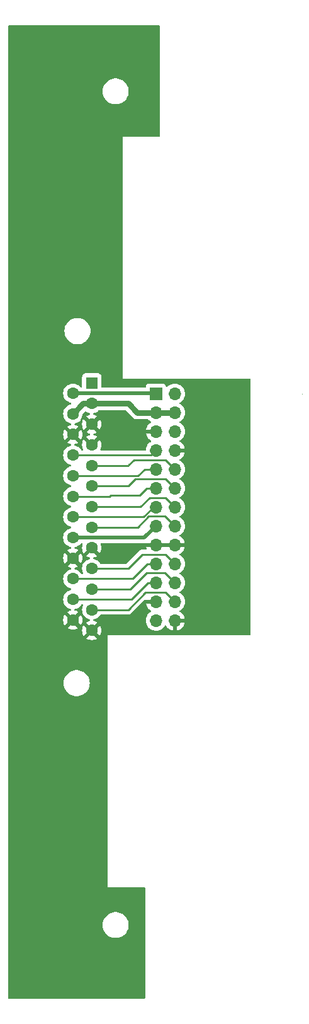
<source format=gbr>
%TF.GenerationSoftware,KiCad,Pcbnew,7.0.2-0*%
%TF.CreationDate,2023-10-04T13:32:30+02:00*%
%TF.ProjectId,FlukePodAdapterLarge68K,466c756b-6550-46f6-9441-646170746572,rev?*%
%TF.SameCoordinates,Original*%
%TF.FileFunction,Copper,L1,Top*%
%TF.FilePolarity,Positive*%
%FSLAX46Y46*%
G04 Gerber Fmt 4.6, Leading zero omitted, Abs format (unit mm)*
G04 Created by KiCad (PCBNEW 7.0.2-0) date 2023-10-04 13:32:30*
%MOMM*%
%LPD*%
G01*
G04 APERTURE LIST*
%TA.AperFunction,ComponentPad*%
%ADD10O,1.700000X1.700000*%
%TD*%
%TA.AperFunction,ComponentPad*%
%ADD11R,1.700000X1.700000*%
%TD*%
%TA.AperFunction,ComponentPad*%
%ADD12R,1.600000X1.600000*%
%TD*%
%TA.AperFunction,ComponentPad*%
%ADD13C,1.600000*%
%TD*%
%TA.AperFunction,Conductor*%
%ADD14C,0.000000*%
%TD*%
%TA.AperFunction,Conductor*%
%ADD15C,0.800000*%
%TD*%
%TA.AperFunction,Conductor*%
%ADD16C,0.250000*%
%TD*%
%TA.AperFunction,Conductor*%
%ADD17C,0.500000*%
%TD*%
G04 APERTURE END LIST*
D10*
%TO.P,A23-J1,1*%
%TO.N,N/C*%
X77500000Y-80720000D03*
%TO.P,A23-J1,2,+5V*%
%TO.N,+5V*%
X77500000Y-83260000D03*
%TO.P,A23-J1,3*%
%TO.N,N/C*%
X77500000Y-85800000D03*
%TO.P,A23-J1,4,+5RET*%
%TO.N,GND*%
X77500000Y-88340000D03*
%TO.P,A23-J1,5,POD6*%
%TO.N,POD6*%
X77500000Y-90880000D03*
%TO.P,A23-J1,6,POD4*%
%TO.N,POD4*%
X77500000Y-93420000D03*
%TO.P,A23-J1,7,POD2*%
%TO.N,POD2*%
X77500000Y-95960000D03*
%TO.P,A23-J1,8,POD0*%
%TO.N,POD0*%
X77500000Y-98500000D03*
%TO.P,A23-J1,9,~{PODprsnt}*%
%TO.N,GND*%
X77500000Y-101040000D03*
%TO.P,A23-J1,10,~{SYNC}*%
%TO.N,~{PODSYNC}*%
X77500000Y-103580000D03*
%TO.P,A23-J1,11,PWRFAIL*%
%TO.N,PODPWRFAIL*%
X77500000Y-106120000D03*
%TO.P,A23-J1,12,~{MAINSTAT}*%
%TO.N,~{MAINSTAT}*%
X77500000Y-108660000D03*
%TO.P,A23-J1,13,+12RET*%
%TO.N,GND*%
X77500000Y-111200000D03*
D11*
%TO.P,A23-J1,14,+12V*%
%TO.N,+12V*%
X74960000Y-80720000D03*
D10*
%TO.P,A23-J1,15,+5V*%
%TO.N,+5V*%
X74960000Y-83260000D03*
%TO.P,A23-J1,16,+5RET*%
%TO.N,GND*%
X74960000Y-85800000D03*
%TO.P,A23-J1,17,POD7*%
%TO.N,POD7*%
X74960000Y-88340000D03*
%TO.P,A23-J1,18,POD5*%
%TO.N,POD5*%
X74960000Y-90880000D03*
%TO.P,A23-J1,19,POD3*%
%TO.N,POD3*%
X74960000Y-93420000D03*
%TO.P,A23-J1,20,POD1*%
%TO.N,POD1*%
X74960000Y-95960000D03*
%TO.P,A23-J1,21,-5V*%
%TO.N,-5V*%
X74960000Y-98500000D03*
%TO.P,A23-J1,22,SncShld*%
%TO.N,GND*%
X74960000Y-101040000D03*
%TO.P,A23-J1,23,~{9010RST}*%
%TO.N,~{PODRESET}*%
X74960000Y-103580000D03*
%TO.P,A23-J1,24,~{PODSTAT}*%
%TO.N,~{PODSTAT}*%
X74960000Y-106120000D03*
%TO.P,A23-J1,25,-5RET*%
%TO.N,GND*%
X74960000Y-108660000D03*
%TO.P,A23-J1,26*%
%TO.N,N/C*%
X74960000Y-111200000D03*
%TD*%
D12*
%TO.P,J1,1,1*%
%TO.N,unconnected-(J1-Pad1)*%
X66330331Y-79275000D03*
D13*
%TO.P,J1,2,2*%
%TO.N,+5V*%
X66330331Y-82045000D03*
%TO.P,J1,3,3*%
%TO.N,GND*%
X66330331Y-84815000D03*
%TO.P,J1,4,4*%
X66330331Y-87585000D03*
%TO.P,J1,5,5*%
%TO.N,POD6*%
X66330331Y-90355000D03*
%TO.P,J1,6,6*%
%TO.N,POD4*%
X66330331Y-93125000D03*
%TO.P,J1,7,7*%
%TO.N,POD2*%
X66330331Y-95895000D03*
%TO.P,J1,8,8*%
%TO.N,POD0*%
X66330331Y-98665000D03*
%TO.P,J1,9,9*%
%TO.N,GND*%
X66330331Y-101435000D03*
%TO.P,J1,10,10*%
%TO.N,~{PODSYNC}*%
X66330331Y-104205000D03*
%TO.P,J1,11,11*%
%TO.N,PODPWRFAIL*%
X66330331Y-106975000D03*
%TO.P,J1,12,12*%
%TO.N,~{MAINSTAT}*%
X66330331Y-109745000D03*
%TO.P,J1,13,13*%
%TO.N,GND*%
X66330331Y-112515000D03*
%TO.P,J1,14,P14*%
%TO.N,+12V*%
X63790331Y-80660000D03*
%TO.P,J1,15,P15*%
%TO.N,+5V*%
X63790331Y-83430000D03*
%TO.P,J1,16,P16*%
%TO.N,GND*%
X63790331Y-86200000D03*
%TO.P,J1,17,P17*%
%TO.N,POD7*%
X63790331Y-88970000D03*
%TO.P,J1,18,P18*%
%TO.N,POD5*%
X63790331Y-91740000D03*
%TO.P,J1,19,P19*%
%TO.N,POD3*%
X63790331Y-94510000D03*
%TO.P,J1,20,P20*%
%TO.N,POD1*%
X63790331Y-97280000D03*
%TO.P,J1,21,P21*%
%TO.N,-5V*%
X63790331Y-100050000D03*
%TO.P,J1,22,P22*%
%TO.N,GND*%
X63790331Y-102820000D03*
%TO.P,J1,23,P23*%
%TO.N,~{PODRESET}*%
X63790331Y-105590000D03*
%TO.P,J1,24,P24*%
%TO.N,~{PODSTAT}*%
X63790331Y-108360000D03*
%TO.P,J1,25,P25*%
%TO.N,GND*%
X63790331Y-111130000D03*
%TD*%
D14*
%TO.N,*%
X94604700Y-80775000D02*
X94618888Y-80775000D01*
D15*
%TO.N,+5V*%
X66330331Y-82045000D02*
X65175331Y-82045000D01*
X66330331Y-82045000D02*
X71230331Y-82045000D01*
X65175331Y-82045000D02*
X63790331Y-83430000D01*
X74960000Y-83260000D02*
X77500000Y-83260000D01*
X72445331Y-83260000D02*
X74960000Y-83260000D01*
X71230331Y-82045000D02*
X72445331Y-83260000D01*
D16*
%TO.N,POD6*%
X71292666Y-90292666D02*
X71985331Y-89600000D01*
X71230332Y-90355000D02*
X66330331Y-90355000D01*
X71292666Y-90292666D02*
X71230332Y-90355000D01*
X71230331Y-90355000D02*
X71292666Y-90292666D01*
X71985331Y-89600000D02*
X76220000Y-89600000D01*
X76220000Y-89600000D02*
X77500000Y-90880000D01*
%TO.N,POD4*%
X71230331Y-93125000D02*
X72155331Y-92200000D01*
X76280000Y-92200000D02*
X77500000Y-93420000D01*
X72155331Y-92200000D02*
X76280000Y-92200000D01*
X71230331Y-93125000D02*
X66330331Y-93125000D01*
%TO.N,POD2*%
X77500000Y-95960000D02*
X76240000Y-94700000D01*
X76240000Y-94700000D02*
X74100000Y-94700000D01*
X74100000Y-94700000D02*
X72905000Y-95895000D01*
X72905000Y-95895000D02*
X66330331Y-95895000D01*
%TO.N,POD0*%
X76200000Y-97200000D02*
X74000000Y-97200000D01*
X72535000Y-98665000D02*
X66330331Y-98665000D01*
X74000000Y-97200000D02*
X72535000Y-98665000D01*
X77500000Y-98500000D02*
X76200000Y-97200000D01*
%TO.N,~{PODSYNC}*%
X76220000Y-102300000D02*
X77500000Y-103580000D01*
X73135331Y-102300000D02*
X76220000Y-102300000D01*
X71230331Y-104205000D02*
X66330331Y-104205000D01*
X71230331Y-104205000D02*
X73135331Y-102300000D01*
%TO.N,PODPWRFAIL*%
X73700000Y-104800000D02*
X71525000Y-106975000D01*
X77500000Y-106120000D02*
X76180000Y-104800000D01*
X71525000Y-106975000D02*
X66330331Y-106975000D01*
X76180000Y-104800000D02*
X73700000Y-104800000D01*
%TO.N,~{MAINSTAT}*%
X73575331Y-107400000D02*
X76240000Y-107400000D01*
X76240000Y-107400000D02*
X77500000Y-108660000D01*
X71230331Y-109745000D02*
X66330331Y-109745000D01*
X71230331Y-109745000D02*
X73575331Y-107400000D01*
D17*
%TO.N,+12V*%
X74960000Y-80720000D02*
X74900000Y-80660000D01*
X74900000Y-80660000D02*
X63790331Y-80660000D01*
D16*
%TO.N,POD7*%
X74960000Y-88340000D02*
X74330000Y-88970000D01*
X74330000Y-88970000D02*
X63790331Y-88970000D01*
%TO.N,POD5*%
X74960000Y-90880000D02*
X73420000Y-90880000D01*
X72560000Y-91740000D02*
X63790331Y-91740000D01*
X73420000Y-90880000D02*
X72560000Y-91740000D01*
%TO.N,POD3*%
X72764501Y-94335499D02*
X73680000Y-93420000D01*
X73680000Y-93420000D02*
X74960000Y-93420000D01*
X68864832Y-94335499D02*
X72764501Y-94335499D01*
X68690331Y-94510000D02*
X68864832Y-94335499D01*
X68690331Y-94510000D02*
X63790331Y-94510000D01*
%TO.N,POD1*%
X74960000Y-95960000D02*
X74604310Y-95960000D01*
X73284310Y-97280000D02*
X63790331Y-97280000D01*
X74604310Y-95960000D02*
X73284310Y-97280000D01*
D17*
%TO.N,-5V*%
X74960000Y-98500000D02*
X73410000Y-100050000D01*
X73410000Y-100050000D02*
X63790331Y-100050000D01*
D16*
%TO.N,~{PODRESET}*%
X71810000Y-105590000D02*
X63790331Y-105590000D01*
X73820000Y-103580000D02*
X71810000Y-105590000D01*
X74960000Y-103580000D02*
X73820000Y-103580000D01*
%TO.N,~{PODSTAT}*%
X74960000Y-106120000D02*
X73880000Y-106120000D01*
X73880000Y-106120000D02*
X71640000Y-108360000D01*
X71640000Y-108360000D02*
X63790331Y-108360000D01*
%TD*%
%TA.AperFunction,Conductor*%
%TO.N,GND*%
G36*
X65064210Y-100820185D02*
G01*
X65109965Y-100872989D01*
X65119909Y-100942147D01*
X65109552Y-100976906D01*
X65104065Y-100988672D01*
X65045189Y-101208397D01*
X65025364Y-101435000D01*
X65045189Y-101661602D01*
X65104064Y-101881326D01*
X65200197Y-102087484D01*
X65251303Y-102160471D01*
X65251304Y-102160472D01*
X65847253Y-101564522D01*
X65870838Y-101644844D01*
X65948570Y-101765798D01*
X66057231Y-101859952D01*
X66188016Y-101919680D01*
X66197797Y-101921086D01*
X65604857Y-102514025D01*
X65604857Y-102514026D01*
X65677846Y-102565133D01*
X65884004Y-102661266D01*
X66028432Y-102699966D01*
X66088092Y-102736331D01*
X66118621Y-102799178D01*
X66110326Y-102868554D01*
X66065841Y-102922432D01*
X66028432Y-102939516D01*
X65883833Y-102978261D01*
X65677595Y-103074432D01*
X65491190Y-103204953D01*
X65330284Y-103365859D01*
X65199763Y-103552264D01*
X65103592Y-103758502D01*
X65044695Y-103978310D01*
X65024862Y-104204999D01*
X65044695Y-104431689D01*
X65103592Y-104651497D01*
X65117865Y-104682105D01*
X65158130Y-104768453D01*
X65167290Y-104788095D01*
X65177782Y-104857172D01*
X65149263Y-104920956D01*
X65090786Y-104959196D01*
X65054908Y-104964500D01*
X65004519Y-104964500D01*
X64937480Y-104944815D01*
X64902944Y-104911623D01*
X64790377Y-104750859D01*
X64629471Y-104589953D01*
X64443066Y-104459432D01*
X64236828Y-104363261D01*
X64092229Y-104324516D01*
X64032569Y-104288151D01*
X64002040Y-104225304D01*
X64010335Y-104155928D01*
X64054820Y-104102050D01*
X64092229Y-104084966D01*
X64236658Y-104046266D01*
X64442811Y-103950134D01*
X64515803Y-103899025D01*
X63922865Y-103306086D01*
X63932646Y-103304680D01*
X64063431Y-103244952D01*
X64172092Y-103150798D01*
X64249824Y-103029844D01*
X64273407Y-102949524D01*
X64869356Y-103545472D01*
X64920465Y-103472480D01*
X65016597Y-103266326D01*
X65075472Y-103046602D01*
X65095297Y-102820000D01*
X65075472Y-102593397D01*
X65016597Y-102373673D01*
X64920464Y-102167515D01*
X64869356Y-102094526D01*
X64273407Y-102690474D01*
X64249824Y-102610156D01*
X64172092Y-102489202D01*
X64063431Y-102395048D01*
X63932646Y-102335320D01*
X63922864Y-102333913D01*
X64515803Y-101740974D01*
X64515802Y-101740972D01*
X64442815Y-101689866D01*
X64236657Y-101593733D01*
X64092229Y-101555033D01*
X64032568Y-101518667D01*
X64002040Y-101455820D01*
X64010335Y-101386445D01*
X64054821Y-101332567D01*
X64092227Y-101315484D01*
X64236827Y-101276739D01*
X64443065Y-101180568D01*
X64629470Y-101050047D01*
X64790378Y-100889139D01*
X64815417Y-100853377D01*
X64869995Y-100809752D01*
X64916994Y-100800500D01*
X64997171Y-100800500D01*
X65064210Y-100820185D01*
G37*
%TD.AperFunction*%
%TA.AperFunction,Conductor*%
G36*
X74500507Y-100830156D02*
G01*
X74460000Y-100968111D01*
X74460000Y-101111889D01*
X74500507Y-101249844D01*
X74526314Y-101290000D01*
X73629364Y-101290000D01*
X73689377Y-101513970D01*
X73686576Y-101514720D01*
X73694546Y-101567162D01*
X73666032Y-101630949D01*
X73607559Y-101669193D01*
X73571671Y-101674500D01*
X73218075Y-101674500D01*
X73197568Y-101672235D01*
X73127458Y-101674439D01*
X73123563Y-101674500D01*
X73095981Y-101674500D01*
X73092136Y-101674985D01*
X73092111Y-101674987D01*
X73091984Y-101675004D01*
X73080364Y-101675918D01*
X73036700Y-101677290D01*
X73017460Y-101682880D01*
X72998412Y-101686825D01*
X72978540Y-101689335D01*
X72937930Y-101705413D01*
X72926885Y-101709194D01*
X72884941Y-101721381D01*
X72867696Y-101731579D01*
X72850235Y-101740133D01*
X72831598Y-101747512D01*
X72796262Y-101773185D01*
X72786505Y-101779595D01*
X72748911Y-101801829D01*
X72734744Y-101815996D01*
X72719955Y-101828626D01*
X72703744Y-101840404D01*
X72675903Y-101874058D01*
X72668042Y-101882697D01*
X71007559Y-103543181D01*
X70946236Y-103576666D01*
X70919878Y-103579500D01*
X67544519Y-103579500D01*
X67477480Y-103559815D01*
X67442944Y-103526623D01*
X67330377Y-103365859D01*
X67169471Y-103204953D01*
X66983066Y-103074432D01*
X66776828Y-102978261D01*
X66632229Y-102939516D01*
X66572569Y-102903151D01*
X66542040Y-102840304D01*
X66550335Y-102770928D01*
X66594820Y-102717050D01*
X66632229Y-102699966D01*
X66776658Y-102661266D01*
X66982811Y-102565134D01*
X67055803Y-102514025D01*
X66462865Y-101921086D01*
X66472646Y-101919680D01*
X66603431Y-101859952D01*
X66712092Y-101765798D01*
X66789824Y-101644844D01*
X66813407Y-101564523D01*
X67409356Y-102160472D01*
X67460465Y-102087480D01*
X67556597Y-101881326D01*
X67615472Y-101661602D01*
X67635297Y-101435000D01*
X67615472Y-101208397D01*
X67556596Y-100988672D01*
X67551110Y-100976906D01*
X67540617Y-100907829D01*
X67569136Y-100844045D01*
X67627612Y-100805804D01*
X67663491Y-100800500D01*
X73346294Y-100800500D01*
X73364264Y-100801809D01*
X73368320Y-100802402D01*
X73388023Y-100805289D01*
X73437368Y-100800972D01*
X73448176Y-100800500D01*
X73450100Y-100800500D01*
X73453709Y-100800500D01*
X73484550Y-100796894D01*
X73488024Y-100796539D01*
X73557408Y-100790470D01*
X73568215Y-100792642D01*
X73568215Y-100790000D01*
X74526314Y-100790000D01*
X74500507Y-100830156D01*
G37*
%TD.AperFunction*%
%TA.AperFunction,Conductor*%
G36*
X77040507Y-100830156D02*
G01*
X77000000Y-100968111D01*
X77000000Y-101111889D01*
X77040507Y-101249844D01*
X77066314Y-101290000D01*
X75393686Y-101290000D01*
X75419493Y-101249844D01*
X75460000Y-101111889D01*
X75460000Y-100968111D01*
X75419493Y-100830156D01*
X75393686Y-100790000D01*
X77066314Y-100790000D01*
X77040507Y-100830156D01*
G37*
%TD.AperFunction*%
%TA.AperFunction,Conductor*%
G36*
X65523688Y-83072653D02*
G01*
X65551478Y-83087260D01*
X65677595Y-83175567D01*
X65677596Y-83175567D01*
X65677597Y-83175568D01*
X65883835Y-83271739D01*
X66028431Y-83310483D01*
X66088092Y-83346848D01*
X66118621Y-83409695D01*
X66110326Y-83479070D01*
X66065841Y-83532948D01*
X66028433Y-83550033D01*
X65884002Y-83588734D01*
X65677847Y-83684865D01*
X65604858Y-83735973D01*
X65604857Y-83735973D01*
X66197798Y-84328913D01*
X66188016Y-84330320D01*
X66057231Y-84390048D01*
X65948570Y-84484202D01*
X65870838Y-84605156D01*
X65847254Y-84685476D01*
X65251304Y-84089526D01*
X65251304Y-84089527D01*
X65200196Y-84162516D01*
X65104064Y-84368672D01*
X65045189Y-84588397D01*
X65025364Y-84814999D01*
X65045189Y-85041602D01*
X65104064Y-85261326D01*
X65200197Y-85467484D01*
X65251303Y-85540471D01*
X65251305Y-85540472D01*
X65847253Y-84944523D01*
X65870838Y-85024844D01*
X65948570Y-85145798D01*
X66057231Y-85239952D01*
X66188016Y-85299680D01*
X66197797Y-85301086D01*
X65604857Y-85894025D01*
X65604857Y-85894026D01*
X65677846Y-85945133D01*
X65884004Y-86041266D01*
X66029398Y-86080225D01*
X66089058Y-86116590D01*
X66119587Y-86179437D01*
X66111292Y-86248813D01*
X66066807Y-86302691D01*
X66029398Y-86319775D01*
X65884004Y-86358733D01*
X65677847Y-86454865D01*
X65604858Y-86505973D01*
X65604857Y-86505973D01*
X66197798Y-87098913D01*
X66188016Y-87100320D01*
X66057231Y-87160048D01*
X65948570Y-87254202D01*
X65870838Y-87375156D01*
X65847253Y-87455476D01*
X65251304Y-86859527D01*
X65200196Y-86932516D01*
X65104064Y-87138672D01*
X65045189Y-87358397D01*
X65025364Y-87585000D01*
X65045189Y-87811602D01*
X65104064Y-88031326D01*
X65167841Y-88168095D01*
X65178333Y-88237173D01*
X65149813Y-88300957D01*
X65091337Y-88339196D01*
X65055459Y-88344500D01*
X65004519Y-88344500D01*
X64937480Y-88324815D01*
X64902944Y-88291623D01*
X64790377Y-88130859D01*
X64629471Y-87969953D01*
X64443066Y-87839432D01*
X64236828Y-87743261D01*
X64092229Y-87704516D01*
X64032569Y-87668151D01*
X64002040Y-87605304D01*
X64010335Y-87535928D01*
X64054820Y-87482050D01*
X64092229Y-87464966D01*
X64236658Y-87426266D01*
X64442811Y-87330134D01*
X64515803Y-87279025D01*
X63922865Y-86686086D01*
X63932646Y-86684680D01*
X64063431Y-86624952D01*
X64172092Y-86530798D01*
X64249824Y-86409844D01*
X64273407Y-86329524D01*
X64869356Y-86925472D01*
X64920465Y-86852480D01*
X65016597Y-86646326D01*
X65075472Y-86426602D01*
X65095297Y-86200000D01*
X65075472Y-85973397D01*
X65016597Y-85753673D01*
X64920464Y-85547515D01*
X64869356Y-85474526D01*
X64273407Y-86070474D01*
X64249824Y-85990156D01*
X64172092Y-85869202D01*
X64063431Y-85775048D01*
X63932646Y-85715320D01*
X63922864Y-85713913D01*
X64515803Y-85120974D01*
X64515802Y-85120972D01*
X64442815Y-85069866D01*
X64236657Y-84973733D01*
X64092229Y-84935033D01*
X64032568Y-84898667D01*
X64002040Y-84835820D01*
X64010335Y-84766445D01*
X64054821Y-84712567D01*
X64092227Y-84695484D01*
X64236827Y-84656739D01*
X64443065Y-84560568D01*
X64629470Y-84430047D01*
X64790378Y-84269139D01*
X64920899Y-84082734D01*
X65017070Y-83876496D01*
X65075966Y-83656692D01*
X65091506Y-83479070D01*
X65094931Y-83439925D01*
X65120383Y-83374856D01*
X65130771Y-83363058D01*
X65392676Y-83101152D01*
X65453997Y-83067669D01*
X65523688Y-83072653D01*
G37*
%TD.AperFunction*%
%TA.AperFunction,Conductor*%
G36*
X70873009Y-82965185D02*
G01*
X70893651Y-82981819D01*
X71751566Y-83839734D01*
X71764204Y-83854531D01*
X71772442Y-83865871D01*
X71822847Y-83911255D01*
X71827556Y-83915724D01*
X71841951Y-83930119D01*
X71844473Y-83932161D01*
X71857773Y-83942932D01*
X71862686Y-83947127D01*
X71913115Y-83992533D01*
X71913117Y-83992534D01*
X71913118Y-83992535D01*
X71925247Y-83999537D01*
X71941289Y-84010562D01*
X71952181Y-84019383D01*
X71974676Y-84030844D01*
X72012623Y-84050178D01*
X72018280Y-84053249D01*
X72077047Y-84087179D01*
X72090372Y-84091508D01*
X72108358Y-84098958D01*
X72120845Y-84105321D01*
X72186346Y-84122871D01*
X72192575Y-84124716D01*
X72257073Y-84145674D01*
X72271015Y-84147139D01*
X72290149Y-84150685D01*
X72303685Y-84154312D01*
X72371417Y-84157861D01*
X72377874Y-84158370D01*
X72398139Y-84160500D01*
X72418511Y-84160500D01*
X72425000Y-84160669D01*
X72492719Y-84164219D01*
X72506558Y-84162027D01*
X72525957Y-84160500D01*
X73899242Y-84160500D01*
X73966281Y-84180185D01*
X73986923Y-84196819D01*
X74088599Y-84298495D01*
X74274596Y-84428732D01*
X74318219Y-84483307D01*
X74325412Y-84552806D01*
X74293890Y-84615160D01*
X74274595Y-84631880D01*
X74088919Y-84761892D01*
X73921890Y-84928921D01*
X73786400Y-85122421D01*
X73686569Y-85336507D01*
X73629364Y-85549999D01*
X73629364Y-85550000D01*
X74526314Y-85550000D01*
X74500507Y-85590156D01*
X74460000Y-85728111D01*
X74460000Y-85871889D01*
X74500507Y-86009844D01*
X74526314Y-86050000D01*
X73629364Y-86050000D01*
X73686569Y-86263492D01*
X73786399Y-86477576D01*
X73921893Y-86671081D01*
X74088918Y-86838106D01*
X74274595Y-86968119D01*
X74318219Y-87022696D01*
X74325412Y-87092195D01*
X74293890Y-87154549D01*
X74274595Y-87171269D01*
X74188654Y-87231446D01*
X74120703Y-87279026D01*
X74088595Y-87301508D01*
X73921505Y-87468598D01*
X73785965Y-87662170D01*
X73686097Y-87876336D01*
X73624936Y-88104592D01*
X73613850Y-88231308D01*
X73588397Y-88296376D01*
X73531807Y-88337355D01*
X73490322Y-88344500D01*
X67605203Y-88344500D01*
X67538164Y-88324815D01*
X67492409Y-88272011D01*
X67482465Y-88202853D01*
X67492821Y-88168095D01*
X67556597Y-88031326D01*
X67615472Y-87811602D01*
X67635297Y-87584999D01*
X67615472Y-87358397D01*
X67556597Y-87138673D01*
X67460464Y-86932515D01*
X67409356Y-86859526D01*
X66813407Y-87455474D01*
X66789824Y-87375156D01*
X66712092Y-87254202D01*
X66603431Y-87160048D01*
X66472646Y-87100320D01*
X66462864Y-87098913D01*
X67055803Y-86505974D01*
X67055802Y-86505972D01*
X66982815Y-86454866D01*
X66776657Y-86358733D01*
X66631263Y-86319775D01*
X66571603Y-86283410D01*
X66541074Y-86220563D01*
X66549369Y-86151187D01*
X66593854Y-86097309D01*
X66631263Y-86080225D01*
X66776657Y-86041266D01*
X66982811Y-85945134D01*
X67055803Y-85894025D01*
X66462865Y-85301086D01*
X66472646Y-85299680D01*
X66603431Y-85239952D01*
X66712092Y-85145798D01*
X66789824Y-85024844D01*
X66813407Y-84944523D01*
X67409356Y-85540472D01*
X67460465Y-85467480D01*
X67556597Y-85261326D01*
X67615472Y-85041602D01*
X67635297Y-84814999D01*
X67615472Y-84588397D01*
X67556597Y-84368673D01*
X67460464Y-84162515D01*
X67409356Y-84089526D01*
X66813407Y-84685475D01*
X66789824Y-84605156D01*
X66712092Y-84484202D01*
X66603431Y-84390048D01*
X66472646Y-84330320D01*
X66462864Y-84328913D01*
X67055803Y-83735974D01*
X67055802Y-83735972D01*
X66982815Y-83684866D01*
X66776657Y-83588733D01*
X66632229Y-83550033D01*
X66572568Y-83513667D01*
X66542040Y-83450820D01*
X66550335Y-83381445D01*
X66594821Y-83327567D01*
X66632227Y-83310484D01*
X66776827Y-83271739D01*
X66983065Y-83175568D01*
X67169470Y-83045047D01*
X67232699Y-82981817D01*
X67294020Y-82948334D01*
X67320379Y-82945500D01*
X70805970Y-82945500D01*
X70873009Y-82965185D01*
G37*
%TD.AperFunction*%
%TA.AperFunction,Conductor*%
G36*
X75442539Y-31220185D02*
G01*
X75488294Y-31272989D01*
X75499500Y-31324500D01*
X75499500Y-46075500D01*
X75479815Y-46142539D01*
X75427011Y-46188294D01*
X75375500Y-46199500D01*
X70524760Y-46199500D01*
X70524554Y-46199459D01*
X70499999Y-46199459D01*
X70499900Y-46199500D01*
X70499618Y-46199615D01*
X70499615Y-46199618D01*
X70499459Y-46199999D01*
X70499476Y-46224616D01*
X70499471Y-46224616D01*
X70499500Y-46224759D01*
X70499500Y-78675467D01*
X70499416Y-78675889D01*
X70499459Y-78700000D01*
X70499501Y-78700101D01*
X70499616Y-78700382D01*
X70499618Y-78700384D01*
X70499808Y-78700462D01*
X70500000Y-78700541D01*
X70500002Y-78700539D01*
X70524616Y-78700524D01*
X70524616Y-78700528D01*
X70524760Y-78700500D01*
X75499901Y-78700500D01*
X87575500Y-78700500D01*
X87642539Y-78720185D01*
X87688294Y-78772989D01*
X87699500Y-78824500D01*
X87699500Y-113075500D01*
X87679815Y-113142539D01*
X87627011Y-113188294D01*
X87575500Y-113199500D01*
X68524760Y-113199500D01*
X68524554Y-113199459D01*
X68499999Y-113199459D01*
X68499900Y-113199500D01*
X68499618Y-113199615D01*
X68499615Y-113199618D01*
X68499459Y-113199999D01*
X68499476Y-113224616D01*
X68499471Y-113224616D01*
X68499500Y-113224759D01*
X68499500Y-146975467D01*
X68499416Y-146975889D01*
X68499459Y-147000000D01*
X68499501Y-147000101D01*
X68499616Y-147000382D01*
X68499618Y-147000384D01*
X68499808Y-147000462D01*
X68500000Y-147000541D01*
X68500002Y-147000539D01*
X68524616Y-147000524D01*
X68524616Y-147000528D01*
X68524760Y-147000500D01*
X73375500Y-147000500D01*
X73442539Y-147020185D01*
X73488294Y-147072989D01*
X73499500Y-147124500D01*
X73499500Y-161881500D01*
X73479815Y-161948539D01*
X73427011Y-161994294D01*
X73375500Y-162005500D01*
X55224500Y-162005500D01*
X55157461Y-161985815D01*
X55111706Y-161933011D01*
X55100500Y-161881500D01*
X55100500Y-152099999D01*
X67787235Y-152099999D01*
X67806841Y-152361627D01*
X67865224Y-152617418D01*
X67960070Y-152859080D01*
X67961076Y-152861643D01*
X68092258Y-153088857D01*
X68255839Y-153293981D01*
X68255841Y-153293983D01*
X68255842Y-153293984D01*
X68448158Y-153472428D01*
X68448164Y-153472432D01*
X68448165Y-153472433D01*
X68664940Y-153620228D01*
X68901321Y-153734063D01*
X69152029Y-153811396D01*
X69411462Y-153850500D01*
X69673826Y-153850500D01*
X69933259Y-153811396D01*
X70183967Y-153734063D01*
X70420348Y-153620228D01*
X70637123Y-153472433D01*
X70637126Y-153472429D01*
X70637129Y-153472428D01*
X70722436Y-153393273D01*
X70829449Y-153293981D01*
X70993030Y-153088857D01*
X71124212Y-152861643D01*
X71220064Y-152617416D01*
X71278446Y-152361630D01*
X71298052Y-152100000D01*
X71278446Y-151838370D01*
X71220064Y-151582584D01*
X71124212Y-151338357D01*
X70993030Y-151111143D01*
X70829449Y-150906019D01*
X70829445Y-150906015D01*
X70637129Y-150727571D01*
X70619814Y-150715766D01*
X70420348Y-150579772D01*
X70183967Y-150465937D01*
X69933259Y-150388604D01*
X69673826Y-150349500D01*
X69411462Y-150349500D01*
X69152029Y-150388604D01*
X68901321Y-150465937D01*
X68664940Y-150579772D01*
X68657435Y-150584889D01*
X68448158Y-150727571D01*
X68255842Y-150906015D01*
X68092257Y-151111143D01*
X67961075Y-151338358D01*
X67865224Y-151582581D01*
X67806841Y-151838372D01*
X67787235Y-152099999D01*
X55100500Y-152099999D01*
X55100500Y-119600000D01*
X62544591Y-119600000D01*
X62564197Y-119861627D01*
X62622580Y-120117418D01*
X62717426Y-120359080D01*
X62718432Y-120361643D01*
X62849614Y-120588857D01*
X63013195Y-120793981D01*
X63013197Y-120793983D01*
X63013198Y-120793984D01*
X63205514Y-120972428D01*
X63205520Y-120972432D01*
X63205521Y-120972433D01*
X63422296Y-121120228D01*
X63658677Y-121234063D01*
X63909385Y-121311396D01*
X64168818Y-121350500D01*
X64431182Y-121350500D01*
X64690615Y-121311396D01*
X64941323Y-121234063D01*
X65177704Y-121120228D01*
X65394479Y-120972433D01*
X65394482Y-120972429D01*
X65394485Y-120972428D01*
X65479792Y-120893273D01*
X65586805Y-120793981D01*
X65750386Y-120588857D01*
X65881568Y-120361643D01*
X65977420Y-120117416D01*
X66035802Y-119861630D01*
X66055408Y-119600000D01*
X66035802Y-119338370D01*
X65977420Y-119082584D01*
X65881568Y-118838357D01*
X65750386Y-118611143D01*
X65586805Y-118406019D01*
X65586801Y-118406015D01*
X65394485Y-118227571D01*
X65377170Y-118215766D01*
X65177704Y-118079772D01*
X64941323Y-117965937D01*
X64690615Y-117888604D01*
X64431182Y-117849500D01*
X64168818Y-117849500D01*
X63909385Y-117888604D01*
X63658677Y-117965937D01*
X63422296Y-118079772D01*
X63414791Y-118084889D01*
X63205514Y-118227571D01*
X63013198Y-118406015D01*
X62849613Y-118611143D01*
X62718431Y-118838358D01*
X62622580Y-119082581D01*
X62564197Y-119338372D01*
X62544591Y-119600000D01*
X55100500Y-119600000D01*
X55100500Y-108360000D01*
X62484862Y-108360000D01*
X62504695Y-108586689D01*
X62563592Y-108806497D01*
X62659763Y-109012735D01*
X62790284Y-109199140D01*
X62951190Y-109360046D01*
X63137595Y-109490567D01*
X63137596Y-109490567D01*
X63137597Y-109490568D01*
X63343835Y-109586739D01*
X63488431Y-109625483D01*
X63548092Y-109661848D01*
X63578621Y-109724695D01*
X63570326Y-109794070D01*
X63525841Y-109847948D01*
X63488433Y-109865033D01*
X63344002Y-109903734D01*
X63137847Y-109999865D01*
X63064858Y-110050973D01*
X63064857Y-110050973D01*
X63657798Y-110643913D01*
X63648016Y-110645320D01*
X63517231Y-110705048D01*
X63408570Y-110799202D01*
X63330838Y-110920156D01*
X63307253Y-111000476D01*
X62711304Y-110404526D01*
X62711304Y-110404527D01*
X62660196Y-110477516D01*
X62564064Y-110683672D01*
X62505189Y-110903397D01*
X62485364Y-111130000D01*
X62505189Y-111356602D01*
X62564064Y-111576326D01*
X62660197Y-111782484D01*
X62711303Y-111855471D01*
X62711305Y-111855472D01*
X63307253Y-111259522D01*
X63330838Y-111339844D01*
X63408570Y-111460798D01*
X63517231Y-111554952D01*
X63648016Y-111614680D01*
X63657797Y-111616086D01*
X63064857Y-112209025D01*
X63064857Y-112209026D01*
X63137846Y-112260133D01*
X63344004Y-112356266D01*
X63563728Y-112415141D01*
X63790331Y-112434966D01*
X64016933Y-112415141D01*
X64236657Y-112356266D01*
X64442811Y-112260134D01*
X64515803Y-112209025D01*
X63922865Y-111616086D01*
X63932646Y-111614680D01*
X64063431Y-111554952D01*
X64172092Y-111460798D01*
X64249824Y-111339844D01*
X64273407Y-111259524D01*
X64869356Y-111855472D01*
X64920465Y-111782480D01*
X65016597Y-111576326D01*
X65075472Y-111356602D01*
X65095297Y-111130000D01*
X65075472Y-110903397D01*
X65016597Y-110683673D01*
X64920464Y-110477515D01*
X64869356Y-110404526D01*
X64273407Y-111000474D01*
X64249824Y-110920156D01*
X64172092Y-110799202D01*
X64063431Y-110705048D01*
X63932646Y-110645320D01*
X63922864Y-110643913D01*
X64515803Y-110050974D01*
X64515802Y-110050972D01*
X64442815Y-109999866D01*
X64236657Y-109903733D01*
X64092229Y-109865033D01*
X64032568Y-109828667D01*
X64002040Y-109765820D01*
X64010335Y-109696445D01*
X64054821Y-109642567D01*
X64092227Y-109625484D01*
X64236827Y-109586739D01*
X64443065Y-109490568D01*
X64629470Y-109360047D01*
X64790378Y-109199139D01*
X64870332Y-109084952D01*
X64902944Y-109038377D01*
X64957520Y-108994752D01*
X65004519Y-108985500D01*
X65054908Y-108985500D01*
X65121947Y-109005185D01*
X65167702Y-109057989D01*
X65177646Y-109127147D01*
X65167290Y-109161905D01*
X65103592Y-109298502D01*
X65044695Y-109518310D01*
X65024862Y-109745000D01*
X65044695Y-109971689D01*
X65103592Y-110191497D01*
X65199763Y-110397735D01*
X65330284Y-110584140D01*
X65491190Y-110745046D01*
X65677595Y-110875567D01*
X65677596Y-110875567D01*
X65677597Y-110875568D01*
X65883835Y-110971739D01*
X66028431Y-111010483D01*
X66088092Y-111046848D01*
X66118621Y-111109695D01*
X66110326Y-111179070D01*
X66065841Y-111232948D01*
X66028433Y-111250033D01*
X65884002Y-111288734D01*
X65677847Y-111384865D01*
X65604858Y-111435973D01*
X65604857Y-111435973D01*
X66197798Y-112028913D01*
X66188016Y-112030320D01*
X66057231Y-112090048D01*
X65948570Y-112184202D01*
X65870838Y-112305156D01*
X65847254Y-112385476D01*
X65251304Y-111789526D01*
X65251304Y-111789527D01*
X65200196Y-111862516D01*
X65104064Y-112068672D01*
X65045189Y-112288397D01*
X65025364Y-112515000D01*
X65045189Y-112741602D01*
X65104064Y-112961326D01*
X65200197Y-113167484D01*
X65251303Y-113240471D01*
X65251305Y-113240472D01*
X65847253Y-112644523D01*
X65870838Y-112724844D01*
X65948570Y-112845798D01*
X66057231Y-112939952D01*
X66188016Y-112999680D01*
X66197797Y-113001086D01*
X65604857Y-113594025D01*
X65604857Y-113594026D01*
X65677846Y-113645133D01*
X65884004Y-113741266D01*
X66103728Y-113800141D01*
X66330331Y-113819966D01*
X66556933Y-113800141D01*
X66776657Y-113741266D01*
X66982811Y-113645134D01*
X67055803Y-113594025D01*
X66462865Y-113001086D01*
X66472646Y-112999680D01*
X66603431Y-112939952D01*
X66712092Y-112845798D01*
X66789824Y-112724844D01*
X66813407Y-112644523D01*
X67409356Y-113240472D01*
X67460465Y-113167480D01*
X67556597Y-112961326D01*
X67615472Y-112741602D01*
X67635297Y-112515000D01*
X67615472Y-112288397D01*
X67556597Y-112068673D01*
X67460464Y-111862515D01*
X67409356Y-111789526D01*
X66813407Y-112385475D01*
X66789824Y-112305156D01*
X66712092Y-112184202D01*
X66603431Y-112090048D01*
X66472646Y-112030320D01*
X66462864Y-112028913D01*
X67055803Y-111435974D01*
X67055802Y-111435972D01*
X66982815Y-111384866D01*
X66776657Y-111288733D01*
X66632229Y-111250033D01*
X66572568Y-111213667D01*
X66542040Y-111150820D01*
X66550335Y-111081445D01*
X66594821Y-111027567D01*
X66632227Y-111010484D01*
X66776827Y-110971739D01*
X66983065Y-110875568D01*
X67169470Y-110745047D01*
X67330378Y-110584139D01*
X67442943Y-110423377D01*
X67497520Y-110379752D01*
X67544519Y-110370500D01*
X71147587Y-110370500D01*
X71168093Y-110372764D01*
X71170996Y-110372672D01*
X71170998Y-110372673D01*
X71238203Y-110370561D01*
X71242099Y-110370500D01*
X71265779Y-110370500D01*
X71269681Y-110370500D01*
X71273644Y-110369999D01*
X71285293Y-110369080D01*
X71328958Y-110367709D01*
X71348190Y-110362120D01*
X71367249Y-110358174D01*
X71373527Y-110357381D01*
X71387123Y-110355664D01*
X71427738Y-110339582D01*
X71438775Y-110335803D01*
X71480721Y-110323618D01*
X71497960Y-110313422D01*
X71515433Y-110304862D01*
X71534063Y-110297486D01*
X71569395Y-110271814D01*
X71579161Y-110265400D01*
X71616749Y-110243171D01*
X71616748Y-110243171D01*
X71616751Y-110243170D01*
X71630916Y-110229004D01*
X71645704Y-110216373D01*
X71661918Y-110204594D01*
X71689769Y-110170926D01*
X71697610Y-110162309D01*
X73451476Y-108408445D01*
X73512796Y-108374962D01*
X73582488Y-108379946D01*
X73623137Y-108410000D01*
X74526314Y-108410000D01*
X74500507Y-108450156D01*
X74460000Y-108588111D01*
X74460000Y-108731889D01*
X74500507Y-108869844D01*
X74526314Y-108910000D01*
X73629364Y-108910000D01*
X73686569Y-109123492D01*
X73786399Y-109337576D01*
X73921893Y-109531081D01*
X74088918Y-109698106D01*
X74274595Y-109828119D01*
X74318219Y-109882696D01*
X74325412Y-109952195D01*
X74293890Y-110014549D01*
X74274595Y-110031269D01*
X74088595Y-110161508D01*
X73921505Y-110328598D01*
X73785965Y-110522170D01*
X73686097Y-110736336D01*
X73624936Y-110964592D01*
X73604340Y-111200000D01*
X73624936Y-111435407D01*
X73631740Y-111460798D01*
X73686097Y-111663663D01*
X73785965Y-111877830D01*
X73921505Y-112071401D01*
X74088599Y-112238495D01*
X74282170Y-112374035D01*
X74496337Y-112473903D01*
X74708059Y-112530633D01*
X74724592Y-112535063D01*
X74959999Y-112555659D01*
X74959999Y-112555658D01*
X74960000Y-112555659D01*
X75195408Y-112535063D01*
X75423663Y-112473903D01*
X75637830Y-112374035D01*
X75831401Y-112238495D01*
X75998495Y-112071401D01*
X76128732Y-111885403D01*
X76183307Y-111841780D01*
X76252805Y-111834586D01*
X76315160Y-111866109D01*
X76331880Y-111885404D01*
X76461893Y-112071081D01*
X76628918Y-112238106D01*
X76822423Y-112373600D01*
X77036509Y-112473430D01*
X77250000Y-112530634D01*
X77250000Y-111635501D01*
X77357685Y-111684680D01*
X77464237Y-111700000D01*
X77535763Y-111700000D01*
X77642315Y-111684680D01*
X77750000Y-111635501D01*
X77750000Y-112530633D01*
X77963490Y-112473430D01*
X78177576Y-112373600D01*
X78371081Y-112238106D01*
X78538106Y-112071081D01*
X78673600Y-111877576D01*
X78773430Y-111663492D01*
X78830636Y-111450000D01*
X77933686Y-111450000D01*
X77959493Y-111409844D01*
X78000000Y-111271889D01*
X78000000Y-111128111D01*
X77959493Y-110990156D01*
X77933686Y-110950000D01*
X78830636Y-110950000D01*
X78830635Y-110949999D01*
X78773430Y-110736507D01*
X78673599Y-110522421D01*
X78538109Y-110328921D01*
X78371081Y-110161893D01*
X78185404Y-110031880D01*
X78141780Y-109977303D01*
X78134587Y-109907804D01*
X78166109Y-109845450D01*
X78185399Y-109828734D01*
X78371401Y-109698495D01*
X78538495Y-109531401D01*
X78674035Y-109337830D01*
X78773903Y-109123663D01*
X78835063Y-108895408D01*
X78855659Y-108660000D01*
X78835063Y-108424592D01*
X78773903Y-108196337D01*
X78674035Y-107982171D01*
X78538495Y-107788599D01*
X78371401Y-107621505D01*
X78185839Y-107491573D01*
X78142216Y-107436998D01*
X78135022Y-107367500D01*
X78166545Y-107305145D01*
X78185837Y-107288428D01*
X78371401Y-107158495D01*
X78538495Y-106991401D01*
X78674035Y-106797830D01*
X78773903Y-106583663D01*
X78835063Y-106355408D01*
X78855659Y-106120000D01*
X78835063Y-105884592D01*
X78773903Y-105656337D01*
X78674035Y-105442171D01*
X78538495Y-105248599D01*
X78371401Y-105081505D01*
X78185839Y-104951573D01*
X78142215Y-104896997D01*
X78135023Y-104827498D01*
X78166545Y-104765144D01*
X78185831Y-104748432D01*
X78371401Y-104618495D01*
X78538495Y-104451401D01*
X78674035Y-104257830D01*
X78773903Y-104043663D01*
X78835063Y-103815408D01*
X78855659Y-103580000D01*
X78835063Y-103344592D01*
X78773903Y-103116337D01*
X78674035Y-102902171D01*
X78538495Y-102708599D01*
X78371401Y-102541505D01*
X78185402Y-102411267D01*
X78141780Y-102356692D01*
X78134587Y-102287193D01*
X78166109Y-102224839D01*
X78185405Y-102208119D01*
X78371078Y-102078109D01*
X78538106Y-101911081D01*
X78673600Y-101717576D01*
X78773430Y-101503492D01*
X78830636Y-101290000D01*
X77933686Y-101290000D01*
X77959493Y-101249844D01*
X78000000Y-101111889D01*
X78000000Y-100968111D01*
X77959493Y-100830156D01*
X77933686Y-100790000D01*
X78830636Y-100790000D01*
X78830635Y-100789999D01*
X78773430Y-100576507D01*
X78673599Y-100362421D01*
X78538109Y-100168921D01*
X78371081Y-100001893D01*
X78185404Y-99871880D01*
X78141780Y-99817303D01*
X78134587Y-99747804D01*
X78166109Y-99685450D01*
X78185399Y-99668734D01*
X78371401Y-99538495D01*
X78538495Y-99371401D01*
X78674035Y-99177830D01*
X78773903Y-98963663D01*
X78835063Y-98735408D01*
X78855659Y-98500000D01*
X78847834Y-98410567D01*
X78835063Y-98264592D01*
X78822713Y-98218502D01*
X78773903Y-98036337D01*
X78674035Y-97822171D01*
X78538495Y-97628599D01*
X78371401Y-97461505D01*
X78185839Y-97331573D01*
X78142216Y-97276998D01*
X78135022Y-97207500D01*
X78166545Y-97145145D01*
X78185837Y-97128428D01*
X78371401Y-96998495D01*
X78538495Y-96831401D01*
X78674035Y-96637830D01*
X78773903Y-96423663D01*
X78835063Y-96195408D01*
X78855659Y-95960000D01*
X78835063Y-95724592D01*
X78773903Y-95496337D01*
X78674035Y-95282171D01*
X78538495Y-95088599D01*
X78371401Y-94921505D01*
X78185839Y-94791573D01*
X78142215Y-94736997D01*
X78135023Y-94667498D01*
X78166545Y-94605144D01*
X78185831Y-94588432D01*
X78371401Y-94458495D01*
X78538495Y-94291401D01*
X78674035Y-94097830D01*
X78773903Y-93883663D01*
X78835063Y-93655408D01*
X78855659Y-93420000D01*
X78835063Y-93184592D01*
X78773903Y-92956337D01*
X78674035Y-92742171D01*
X78538495Y-92548599D01*
X78371401Y-92381505D01*
X78185839Y-92251573D01*
X78142216Y-92196998D01*
X78135022Y-92127500D01*
X78166545Y-92065145D01*
X78185837Y-92048428D01*
X78371401Y-91918495D01*
X78538495Y-91751401D01*
X78674035Y-91557830D01*
X78773903Y-91343663D01*
X78835063Y-91115408D01*
X78855659Y-90880000D01*
X78835063Y-90644592D01*
X78773903Y-90416337D01*
X78674035Y-90202171D01*
X78538495Y-90008599D01*
X78371401Y-89841505D01*
X78185402Y-89711267D01*
X78141780Y-89656692D01*
X78134587Y-89587193D01*
X78166109Y-89524839D01*
X78185405Y-89508119D01*
X78371078Y-89378109D01*
X78538106Y-89211081D01*
X78673600Y-89017576D01*
X78773430Y-88803492D01*
X78830636Y-88590000D01*
X77933686Y-88590000D01*
X77959493Y-88549844D01*
X78000000Y-88411889D01*
X78000000Y-88268111D01*
X77959493Y-88130156D01*
X77933686Y-88090000D01*
X78830636Y-88090000D01*
X78830635Y-88089999D01*
X78773430Y-87876507D01*
X78673599Y-87662421D01*
X78538109Y-87468921D01*
X78371081Y-87301893D01*
X78185404Y-87171880D01*
X78141780Y-87117303D01*
X78134587Y-87047804D01*
X78166109Y-86985450D01*
X78185399Y-86968734D01*
X78371401Y-86838495D01*
X78538495Y-86671401D01*
X78674035Y-86477830D01*
X78773903Y-86263663D01*
X78835063Y-86035408D01*
X78855659Y-85800000D01*
X78835063Y-85564592D01*
X78773903Y-85336337D01*
X78674035Y-85122171D01*
X78538495Y-84928599D01*
X78371401Y-84761505D01*
X78185839Y-84631573D01*
X78142216Y-84576998D01*
X78135022Y-84507500D01*
X78166545Y-84445145D01*
X78185837Y-84428428D01*
X78371401Y-84298495D01*
X78538495Y-84131401D01*
X78674035Y-83937830D01*
X78773903Y-83723663D01*
X78835063Y-83495408D01*
X78855659Y-83260000D01*
X78835063Y-83024592D01*
X78773903Y-82796337D01*
X78674035Y-82582171D01*
X78538495Y-82388599D01*
X78371401Y-82221505D01*
X78185839Y-82091573D01*
X78142216Y-82036998D01*
X78135022Y-81967500D01*
X78166545Y-81905145D01*
X78185837Y-81888428D01*
X78371401Y-81758495D01*
X78538495Y-81591401D01*
X78674035Y-81397830D01*
X78773903Y-81183663D01*
X78835063Y-80955408D01*
X78855659Y-80720000D01*
X78850409Y-80659999D01*
X78835063Y-80484592D01*
X78821322Y-80433310D01*
X78773903Y-80256337D01*
X78674035Y-80042171D01*
X78538495Y-79848599D01*
X78371401Y-79681505D01*
X78177830Y-79545965D01*
X77963663Y-79446097D01*
X77902502Y-79429709D01*
X77735407Y-79384936D01*
X77499999Y-79364340D01*
X77264592Y-79384936D01*
X77036336Y-79446097D01*
X76822170Y-79545965D01*
X76628601Y-79681503D01*
X76506673Y-79803431D01*
X76445350Y-79836915D01*
X76375658Y-79831931D01*
X76319725Y-79790059D01*
X76302810Y-79759082D01*
X76295658Y-79739907D01*
X76253796Y-79627669D01*
X76167546Y-79512454D01*
X76052331Y-79426204D01*
X75917483Y-79375909D01*
X75857873Y-79369500D01*
X75854550Y-79369500D01*
X74065439Y-79369500D01*
X74065420Y-79369500D01*
X74062128Y-79369501D01*
X74058848Y-79369853D01*
X74058840Y-79369854D01*
X74002515Y-79375909D01*
X73867669Y-79426204D01*
X73752454Y-79512454D01*
X73666204Y-79627668D01*
X73615907Y-79762520D01*
X73612012Y-79798755D01*
X73585274Y-79863306D01*
X73527882Y-79903154D01*
X73488723Y-79909500D01*
X67754831Y-79909500D01*
X67687792Y-79889815D01*
X67642037Y-79837011D01*
X67630831Y-79785500D01*
X67630830Y-78430439D01*
X67630830Y-78427128D01*
X67624422Y-78367517D01*
X67574127Y-78232669D01*
X67487877Y-78117454D01*
X67372662Y-78031204D01*
X67237814Y-77980909D01*
X67178204Y-77974500D01*
X67174881Y-77974500D01*
X65485770Y-77974500D01*
X65485751Y-77974500D01*
X65482459Y-77974501D01*
X65479179Y-77974853D01*
X65479171Y-77974854D01*
X65422846Y-77980909D01*
X65288000Y-78031204D01*
X65172785Y-78117454D01*
X65086535Y-78232668D01*
X65036241Y-78367515D01*
X65036240Y-78367517D01*
X65029831Y-78427127D01*
X65029831Y-78430448D01*
X65029831Y-78430449D01*
X65029831Y-79769558D01*
X65010146Y-79836597D01*
X64957342Y-79882352D01*
X64888184Y-79892296D01*
X64824628Y-79863271D01*
X64804255Y-79840679D01*
X64790378Y-79820860D01*
X64629471Y-79659953D01*
X64443066Y-79529432D01*
X64236828Y-79433261D01*
X64017020Y-79374364D01*
X63790331Y-79354531D01*
X63563641Y-79374364D01*
X63343833Y-79433261D01*
X63137595Y-79529432D01*
X62951190Y-79659953D01*
X62790284Y-79820859D01*
X62659763Y-80007264D01*
X62563592Y-80213502D01*
X62504695Y-80433310D01*
X62484862Y-80659999D01*
X62504695Y-80886689D01*
X62563592Y-81106497D01*
X62659763Y-81312735D01*
X62790284Y-81499140D01*
X62951190Y-81660046D01*
X63137595Y-81790567D01*
X63137596Y-81790567D01*
X63137597Y-81790568D01*
X63343835Y-81886739D01*
X63457873Y-81917295D01*
X63487467Y-81925225D01*
X63547127Y-81961590D01*
X63577656Y-82024437D01*
X63569361Y-82093813D01*
X63524876Y-82147691D01*
X63487467Y-82164775D01*
X63343833Y-82203261D01*
X63137595Y-82299432D01*
X62951190Y-82429953D01*
X62790284Y-82590859D01*
X62659763Y-82777264D01*
X62563592Y-82983502D01*
X62504695Y-83203310D01*
X62484862Y-83429999D01*
X62504695Y-83656689D01*
X62563592Y-83876497D01*
X62659763Y-84082735D01*
X62790284Y-84269140D01*
X62951190Y-84430046D01*
X63137595Y-84560567D01*
X63137596Y-84560567D01*
X63137597Y-84560568D01*
X63343835Y-84656739D01*
X63488431Y-84695483D01*
X63548092Y-84731848D01*
X63578621Y-84794695D01*
X63570326Y-84864070D01*
X63525841Y-84917948D01*
X63488433Y-84935033D01*
X63344002Y-84973734D01*
X63137847Y-85069865D01*
X63064858Y-85120973D01*
X63064857Y-85120973D01*
X63657798Y-85713913D01*
X63648016Y-85715320D01*
X63517231Y-85775048D01*
X63408570Y-85869202D01*
X63330838Y-85990156D01*
X63307253Y-86070476D01*
X62711304Y-85474526D01*
X62711304Y-85474527D01*
X62660196Y-85547516D01*
X62564064Y-85753672D01*
X62505189Y-85973397D01*
X62485364Y-86200000D01*
X62505189Y-86426602D01*
X62564064Y-86646326D01*
X62660197Y-86852484D01*
X62711303Y-86925471D01*
X62711305Y-86925472D01*
X63307253Y-86329522D01*
X63330838Y-86409844D01*
X63408570Y-86530798D01*
X63517231Y-86624952D01*
X63648016Y-86684680D01*
X63657797Y-86686086D01*
X63064857Y-87279025D01*
X63064857Y-87279026D01*
X63137846Y-87330133D01*
X63344004Y-87426266D01*
X63488432Y-87464966D01*
X63548092Y-87501331D01*
X63578621Y-87564178D01*
X63570326Y-87633554D01*
X63525841Y-87687432D01*
X63488432Y-87704516D01*
X63343833Y-87743261D01*
X63137595Y-87839432D01*
X62951190Y-87969953D01*
X62790284Y-88130859D01*
X62659763Y-88317264D01*
X62563592Y-88523502D01*
X62504695Y-88743310D01*
X62484862Y-88970000D01*
X62504695Y-89196689D01*
X62563592Y-89416497D01*
X62659763Y-89622735D01*
X62790284Y-89809140D01*
X62951190Y-89970046D01*
X63137595Y-90100567D01*
X63137596Y-90100567D01*
X63137597Y-90100568D01*
X63343835Y-90196739D01*
X63451173Y-90225500D01*
X63487467Y-90235225D01*
X63547127Y-90271590D01*
X63577656Y-90334437D01*
X63569361Y-90403813D01*
X63524876Y-90457691D01*
X63487467Y-90474775D01*
X63343833Y-90513261D01*
X63137595Y-90609432D01*
X62951190Y-90739953D01*
X62790284Y-90900859D01*
X62659763Y-91087264D01*
X62563592Y-91293502D01*
X62504695Y-91513310D01*
X62484862Y-91740000D01*
X62504695Y-91966689D01*
X62563592Y-92186497D01*
X62659763Y-92392735D01*
X62790284Y-92579140D01*
X62951190Y-92740046D01*
X63137595Y-92870567D01*
X63137596Y-92870567D01*
X63137597Y-92870568D01*
X63343835Y-92966739D01*
X63457873Y-92997295D01*
X63487467Y-93005225D01*
X63547127Y-93041590D01*
X63577656Y-93104437D01*
X63569361Y-93173813D01*
X63524876Y-93227691D01*
X63487467Y-93244775D01*
X63343833Y-93283261D01*
X63137595Y-93379432D01*
X62951190Y-93509953D01*
X62790284Y-93670859D01*
X62659763Y-93857264D01*
X62563592Y-94063502D01*
X62504695Y-94283310D01*
X62484862Y-94510000D01*
X62504695Y-94736689D01*
X62563592Y-94956497D01*
X62659763Y-95162735D01*
X62790284Y-95349140D01*
X62951190Y-95510046D01*
X63137595Y-95640567D01*
X63137596Y-95640567D01*
X63137597Y-95640568D01*
X63343835Y-95736739D01*
X63457873Y-95767295D01*
X63487467Y-95775225D01*
X63547127Y-95811590D01*
X63577656Y-95874437D01*
X63569361Y-95943813D01*
X63524876Y-95997691D01*
X63487467Y-96014775D01*
X63343833Y-96053261D01*
X63137595Y-96149432D01*
X62951190Y-96279953D01*
X62790284Y-96440859D01*
X62659763Y-96627264D01*
X62563592Y-96833502D01*
X62504695Y-97053310D01*
X62484862Y-97280000D01*
X62504695Y-97506689D01*
X62563592Y-97726497D01*
X62659763Y-97932735D01*
X62790284Y-98119140D01*
X62951190Y-98280046D01*
X63137595Y-98410567D01*
X63137596Y-98410567D01*
X63137597Y-98410568D01*
X63343835Y-98506739D01*
X63457873Y-98537295D01*
X63487467Y-98545225D01*
X63547127Y-98581590D01*
X63577656Y-98644437D01*
X63569361Y-98713813D01*
X63524876Y-98767691D01*
X63487467Y-98784775D01*
X63343833Y-98823261D01*
X63137595Y-98919432D01*
X62951190Y-99049953D01*
X62790284Y-99210859D01*
X62659763Y-99397264D01*
X62563592Y-99603502D01*
X62504695Y-99823310D01*
X62484862Y-100049999D01*
X62504695Y-100276689D01*
X62563592Y-100496497D01*
X62659763Y-100702735D01*
X62790284Y-100889140D01*
X62951190Y-101050046D01*
X63137595Y-101180567D01*
X63137596Y-101180567D01*
X63137597Y-101180568D01*
X63343835Y-101276739D01*
X63488431Y-101315483D01*
X63548092Y-101351848D01*
X63578621Y-101414695D01*
X63570326Y-101484070D01*
X63525841Y-101537948D01*
X63488433Y-101555033D01*
X63344002Y-101593734D01*
X63137847Y-101689865D01*
X63064858Y-101740973D01*
X63064857Y-101740973D01*
X63657798Y-102333913D01*
X63648016Y-102335320D01*
X63517231Y-102395048D01*
X63408570Y-102489202D01*
X63330838Y-102610156D01*
X63307253Y-102690476D01*
X62711304Y-102094526D01*
X62711304Y-102094527D01*
X62660196Y-102167516D01*
X62564064Y-102373672D01*
X62505189Y-102593397D01*
X62485364Y-102820000D01*
X62505189Y-103046602D01*
X62564064Y-103266326D01*
X62660197Y-103472484D01*
X62711303Y-103545471D01*
X62711305Y-103545472D01*
X63307253Y-102949522D01*
X63330838Y-103029844D01*
X63408570Y-103150798D01*
X63517231Y-103244952D01*
X63648016Y-103304680D01*
X63657797Y-103306086D01*
X63064857Y-103899025D01*
X63064857Y-103899026D01*
X63137846Y-103950133D01*
X63344004Y-104046266D01*
X63488432Y-104084966D01*
X63548092Y-104121331D01*
X63578621Y-104184178D01*
X63570326Y-104253554D01*
X63525841Y-104307432D01*
X63488432Y-104324516D01*
X63343833Y-104363261D01*
X63137595Y-104459432D01*
X62951190Y-104589953D01*
X62790284Y-104750859D01*
X62659763Y-104937264D01*
X62563592Y-105143502D01*
X62504695Y-105363310D01*
X62484862Y-105589999D01*
X62504695Y-105816689D01*
X62563592Y-106036497D01*
X62659763Y-106242735D01*
X62790284Y-106429140D01*
X62951190Y-106590046D01*
X63137595Y-106720567D01*
X63137596Y-106720567D01*
X63137597Y-106720568D01*
X63343835Y-106816739D01*
X63457873Y-106847295D01*
X63487467Y-106855225D01*
X63547127Y-106891590D01*
X63577656Y-106954437D01*
X63569361Y-107023813D01*
X63524876Y-107077691D01*
X63487467Y-107094775D01*
X63343833Y-107133261D01*
X63137595Y-107229432D01*
X62951190Y-107359953D01*
X62790284Y-107520859D01*
X62659763Y-107707264D01*
X62563592Y-107913502D01*
X62504695Y-108133310D01*
X62484862Y-108360000D01*
X55100500Y-108360000D01*
X55100500Y-72300000D01*
X62644591Y-72300000D01*
X62664197Y-72561627D01*
X62722580Y-72817418D01*
X62817426Y-73059080D01*
X62818432Y-73061643D01*
X62949614Y-73288857D01*
X63113195Y-73493981D01*
X63113197Y-73493983D01*
X63113198Y-73493984D01*
X63305514Y-73672428D01*
X63305520Y-73672432D01*
X63305521Y-73672433D01*
X63522296Y-73820228D01*
X63758677Y-73934063D01*
X64009385Y-74011396D01*
X64268818Y-74050500D01*
X64531182Y-74050500D01*
X64790615Y-74011396D01*
X65041323Y-73934063D01*
X65277704Y-73820228D01*
X65494479Y-73672433D01*
X65494482Y-73672429D01*
X65494485Y-73672428D01*
X65579792Y-73593273D01*
X65686805Y-73493981D01*
X65850386Y-73288857D01*
X65981568Y-73061643D01*
X66077420Y-72817416D01*
X66135802Y-72561630D01*
X66155408Y-72300000D01*
X66135802Y-72038370D01*
X66077420Y-71782584D01*
X65981568Y-71538357D01*
X65850386Y-71311143D01*
X65686805Y-71106019D01*
X65686801Y-71106015D01*
X65494485Y-70927571D01*
X65477170Y-70915766D01*
X65277704Y-70779772D01*
X65041323Y-70665937D01*
X64790615Y-70588604D01*
X64531182Y-70549500D01*
X64268818Y-70549500D01*
X64009385Y-70588604D01*
X63758677Y-70665937D01*
X63522296Y-70779772D01*
X63514791Y-70784889D01*
X63305514Y-70927571D01*
X63113198Y-71106015D01*
X62949613Y-71311143D01*
X62818431Y-71538358D01*
X62722580Y-71782581D01*
X62664197Y-72038372D01*
X62644591Y-72300000D01*
X55100500Y-72300000D01*
X55100500Y-40086000D01*
X67787235Y-40086000D01*
X67806841Y-40347627D01*
X67865224Y-40603418D01*
X67960070Y-40845080D01*
X67961076Y-40847643D01*
X68092258Y-41074857D01*
X68255839Y-41279981D01*
X68255841Y-41279983D01*
X68255842Y-41279984D01*
X68448158Y-41458428D01*
X68448164Y-41458432D01*
X68448165Y-41458433D01*
X68664940Y-41606228D01*
X68901321Y-41720063D01*
X69152029Y-41797396D01*
X69411462Y-41836500D01*
X69673826Y-41836500D01*
X69933259Y-41797396D01*
X70183967Y-41720063D01*
X70420348Y-41606228D01*
X70637123Y-41458433D01*
X70637126Y-41458429D01*
X70637129Y-41458428D01*
X70722436Y-41379273D01*
X70829449Y-41279981D01*
X70993030Y-41074857D01*
X71124212Y-40847643D01*
X71220064Y-40603416D01*
X71278446Y-40347630D01*
X71298052Y-40086000D01*
X71278446Y-39824370D01*
X71220064Y-39568584D01*
X71124212Y-39324357D01*
X70993030Y-39097143D01*
X70829449Y-38892019D01*
X70829445Y-38892015D01*
X70637129Y-38713571D01*
X70619814Y-38701766D01*
X70420348Y-38565772D01*
X70183967Y-38451937D01*
X69933259Y-38374604D01*
X69673826Y-38335500D01*
X69411462Y-38335500D01*
X69152029Y-38374604D01*
X68901321Y-38451937D01*
X68664940Y-38565772D01*
X68657435Y-38570889D01*
X68448158Y-38713571D01*
X68255842Y-38892015D01*
X68092257Y-39097143D01*
X67961075Y-39324358D01*
X67865224Y-39568581D01*
X67806841Y-39824372D01*
X67787235Y-40086000D01*
X55100500Y-40086000D01*
X55100500Y-31324500D01*
X55120185Y-31257461D01*
X55172989Y-31211706D01*
X55224500Y-31200500D01*
X59999901Y-31200500D01*
X75375500Y-31200500D01*
X75442539Y-31220185D01*
G37*
%TD.AperFunction*%
%TD*%
M02*

</source>
